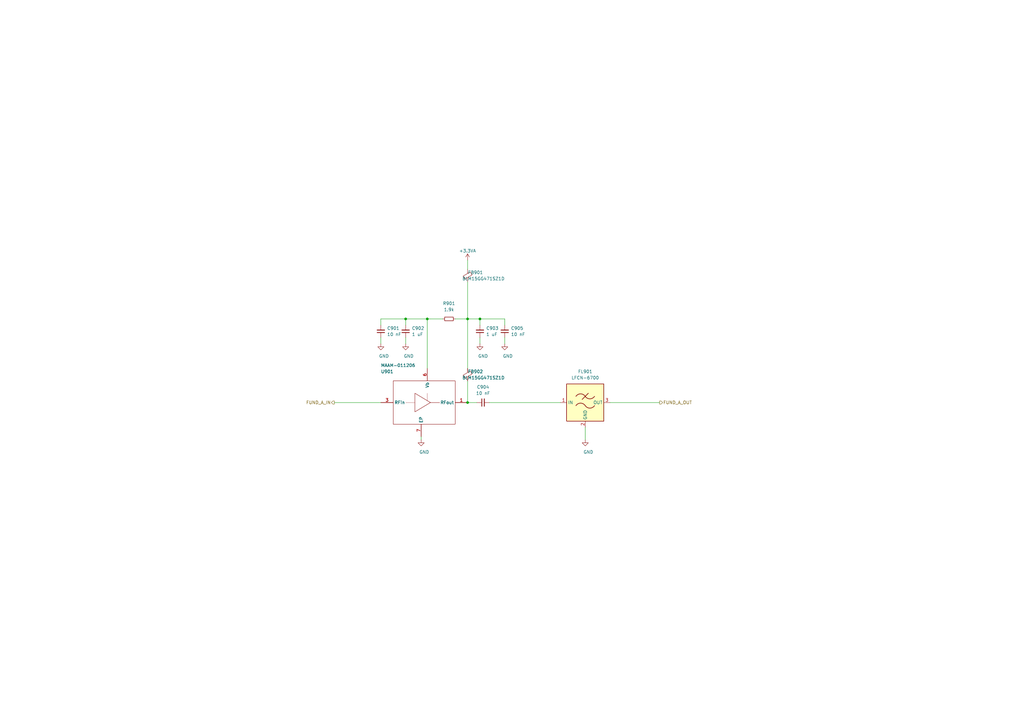
<source format=kicad_sch>
(kicad_sch (version 20210621) (generator eeschema)
  (paper "A3")
  (lib_symbols
    (symbol "Device:C_Small" (pin_numbers hide) (pin_names (offset 0.254) hide)
      (property "Reference" "C" (at 0.254 1.778 0))
      (property "Value" "C_Small" (at 0.254 -2.032 0))
      (symbol "C_Small_0_1"
        (polyline (pts (xy -1.524 -0.508) (xy 1.524 -0.508)) (stroke (width 0.3302)))
        (polyline (pts (xy -1.524 0.508) (xy 1.524 0.508)) (stroke (width 0.3048)))
      )
      (symbol "C_Small_1_1"
        (pin passive line (at 0 2.54 270) (length 2.032) (name "~") (number "1"))
        (pin passive line (at 0 -2.54 90) (length 2.032) (name "~") (number "2"))
      )
    )
    (symbol "Device:FerriteBead_Small" (pin_numbers hide) (pin_names (offset 0))
      (property "Reference" "FB" (at 1.905 1.27 0))
      (property "Value" "FerriteBead_Small" (at 1.905 -1.27 0))
      (symbol "FerriteBead_Small_0_1"
        (polyline (pts (xy 0 -1.27) (xy 0 -0.7874)))
        (polyline (pts (xy 0 0.889) (xy 0 1.2954)))
        (polyline (pts (xy -1.8288 0.2794) (xy -1.1176 1.4986) (xy 1.8288 -0.2032) (xy 1.1176 -1.4224) (xy -1.8288 0.2794)))
      )
      (symbol "FerriteBead_Small_1_1"
        (pin passive line (at 0 2.54 270) (length 1.27) (name "~") (number "1"))
        (pin passive line (at 0 -2.54 90) (length 1.27) (name "~") (number "2"))
      )
    )
    (symbol "Device:R_Small" (pin_numbers hide) (pin_names (offset 0.254) hide)
      (property "Reference" "R" (at 0.762 0.508 0))
      (property "Value" "R_Small" (at 0.762 -1.016 0))
      (symbol "R_Small_0_1"
        (rectangle (start -0.762 1.778) (end 0.762 -1.778) (stroke (width 0.2032)))
      )
      (symbol "R_Small_1_1"
        (pin passive line (at 0 2.54 270) (length 0.762) (name "~") (number "1"))
        (pin passive line (at 0 -2.54 90) (length 0.762) (name "~") (number "2"))
      )
    )
    (symbol "RF_Filter:LFCN-6700"
      (property "Reference" "FL" (at 0 10.795 0))
      (property "Value" "LFCN-6700" (at 0 8.89 0))
      (symbol "LFCN-6700_0_1"
        (arc (start -3.81 -1.27) (end 0 -1.27) (radius (at -1.905 -2.54) (length 2.286) (angles 146.3 33.7)) (stroke (width 0.254)))
        (arc (start -3.81 2.54) (end 0 2.54) (radius (at -1.905 1.27) (length 2.286) (angles 146.3 33.7)) (stroke (width 0.254)))
        (arc (start 0 -1.27) (end 3.81 -1.27) (radius (at 1.905 0) (length 2.286) (angles -146.3 -33.7)) (stroke (width 0.254)))
        (arc (start 0 2.54) (end 3.81 2.54) (radius (at 1.905 3.81) (length 2.286) (angles -146.3 -33.7)) (stroke (width 0.254)))
        (rectangle (start -7.62 7.62) (end 7.62 -7.62) (stroke (width 0.254)) (fill (type background)))
        (polyline (pts (xy -1.27 1.27) (xy 1.27 3.81)) (stroke (width 0.254)))
      )
      (symbol "LFCN-6700_1_1"
        (pin passive line (at -10.16 0 0) (length 2.54) (name "IN") (number "1"))
        (pin passive line (at 0 -10.16 90) (length 2.54) (name "GND") (number "2"))
        (pin passive line (at 10.16 0 180) (length 2.54) (name "OUT") (number "3"))
        (pin passive line (at 0 -10.16 90) (length 2.54) hide (name "GND") (number "4"))
      )
    )
    (symbol "jtk_rf:MAAM-011206"
      (property "Reference" "U" (at -16.51 10.16 0))
      (property "Value" "MAAM-011206" (at -10.16 12.7 0))
      (symbol "MAAM-011206_0_1"
        (rectangle (start -11.43 8.89) (end 13.97 -8.89))
        (polyline (pts (xy -2.54 0) (xy -6.35 0)) (stroke (width 0.0006)))
        (polyline (pts (xy 2.54 0.8128) (xy 2.54 3.81)) (stroke (width 0.0006)))
        (polyline (pts (xy 3.81 0) (xy 7.62 0)))
        (polyline (pts (xy 3.81 0) (xy -2.54 3.81) (xy -2.54 -3.81) (xy 3.81 0)))
      )
      (symbol "MAAM-011206_1_1"
        (pin bidirectional line (at 19.05 0 180) (length 5.08) (name "RFout") (number "1"))
        (pin passive line (at 0 -13.97 90) (length 5.08) hide (name "NC") (number "2"))
        (pin input line (at -16.51 0 0) (length 5.08) (name "RFin") (number "3"))
        (pin passive line (at 0 -13.97 90) (length 5.08) hide (name "NC") (number "4"))
        (pin passive line (at 0 -13.97 90) (length 5.08) hide (name "NC") (number "5"))
        (pin power_in line (at 2.54 13.97 270) (length 5.08) (name "Vb") (number "6"))
        (pin power_in line (at 0 -13.97 90) (length 5.08) (name "EP") (number "7"))
      )
    )
    (symbol "power:+3.3VA" (power) (pin_names (offset 0))
      (property "Value" "+3.3VA" (at 0 3.556 0))
      (symbol "+3.3VA_0_1"
        (polyline (pts (xy -0.762 1.27) (xy 0 2.54)))
        (polyline (pts (xy 0 0) (xy 0 2.54)))
        (polyline (pts (xy 0 2.54) (xy 0.762 1.27)))
      )
      (symbol "+3.3VA_1_1"
        (pin power_in line (at 0 0 90) (length 0) hide (name "+3.3VA") (number "1"))
      )
    )
    (symbol "power:GND" (power) (pin_names (offset 0))
      (property "Value" "GND" (at 0 -3.81 0))
      (symbol "GND_0_1"
        (polyline (pts (xy 0 0) (xy 0 -1.27) (xy 1.27 -1.27) (xy 0 -2.54) (xy -1.27 -1.27) (xy 0 -1.27)))
      )
      (symbol "GND_1_1"
        (pin power_in line (at 0 0 270) (length 0) hide (name "GND") (number "1"))
      )
    )
  )
  (junction (at 166.37 130.81) (diameter 0.9144))
  (junction (at 175.26 130.81) (diameter 0.9144))
  (junction (at 191.77 130.81) (diameter 0.9144))
  (junction (at 191.77 165.1) (diameter 0.9144))
  (junction (at 196.85 130.81) (diameter 0.9144))
  (wire (pts (xy 137.16 165.1) (xy 156.21 165.1)))
  (wire (pts (xy 156.21 130.81) (xy 166.37 130.81)))
  (wire (pts (xy 156.21 133.35) (xy 156.21 130.81)))
  (wire (pts (xy 156.21 138.43) (xy 156.21 140.97)))
  (wire (pts (xy 166.37 130.81) (xy 166.37 133.35)))
  (wire (pts (xy 166.37 130.81) (xy 175.26 130.81)))
  (wire (pts (xy 166.37 138.43) (xy 166.37 140.97)))
  (wire (pts (xy 172.72 179.07) (xy 172.72 180.34)))
  (wire (pts (xy 175.26 130.81) (xy 175.26 151.13)))
  (wire (pts (xy 175.26 130.81) (xy 181.61 130.81)))
  (wire (pts (xy 186.69 130.81) (xy 191.77 130.81)))
  (wire (pts (xy 191.77 106.68) (xy 191.77 110.49)))
  (wire (pts (xy 191.77 115.57) (xy 191.77 130.81)))
  (wire (pts (xy 191.77 130.81) (xy 191.77 151.13)))
  (wire (pts (xy 191.77 130.81) (xy 196.85 130.81)))
  (wire (pts (xy 191.77 156.21) (xy 191.77 165.1)))
  (wire (pts (xy 191.77 165.1) (xy 195.58 165.1)))
  (wire (pts (xy 196.85 130.81) (xy 196.85 133.35)))
  (wire (pts (xy 196.85 130.81) (xy 207.01 130.81)))
  (wire (pts (xy 196.85 138.43) (xy 196.85 140.97)))
  (wire (pts (xy 200.66 165.1) (xy 229.87 165.1)))
  (wire (pts (xy 207.01 130.81) (xy 207.01 133.35)))
  (wire (pts (xy 207.01 138.43) (xy 207.01 140.97)))
  (wire (pts (xy 240.03 175.26) (xy 240.03 180.34)))
  (wire (pts (xy 250.19 165.1) (xy 270.51 165.1)))
  (hierarchical_label "FUND_A_IN" (shape output) (at 137.16 165.1 180))
  (hierarchical_label "FUND_A_OUT" (shape output) (at 270.51 165.1 0))
  (symbol (lib_id "power:+3.3VA") (at 191.77 106.68 0) (unit 1)
    (property "Reference" "#PWR0904" (effects hide))
    (property "Value" "+3.3VA" (at 191.77 102.87 0))
  )
  (symbol (lib_id "power:GND") (at 156.21 140.97 0) (unit 1)
    (property "Reference" "#PWR0901" (effects hide))
    (property "Value" "GND" (at 157.48 146.05 0))
  )
  (symbol (lib_id "power:GND") (at 166.37 140.97 0) (unit 1)
    (property "Reference" "#PWR0902" (effects hide))
    (property "Value" "GND" (at 167.64 146.05 0))
  )
  (symbol (lib_id "power:GND") (at 172.72 180.34 0) (unit 1)
    (property "Reference" "#PWR0903" (effects hide))
    (property "Value" "GND" (at 173.99 185.42 0))
  )
  (symbol (lib_id "power:GND") (at 196.85 140.97 0) (unit 1)
    (property "Reference" "#PWR0905" (effects hide))
    (property "Value" "GND" (at 198.12 146.05 0))
  )
  (symbol (lib_id "power:GND") (at 207.01 140.97 0) (unit 1)
    (property "Reference" "#PWR0906" (effects hide))
    (property "Value" "GND" (at 208.28 146.05 0))
  )
  (symbol (lib_id "power:GND") (at 240.03 180.34 0) (unit 1)
    (property "Reference" "#PWR0907" (effects hide))
    (property "Value" "GND" (at 241.3 185.42 0))
  )
  (symbol (lib_id "Device:R_Small") (at 184.15 130.81 90) (unit 1)
    (property "Reference" "R901" (at 184.15 124.46 90))
    (property "Value" "1.9k" (at 184.15 127 90))
    (property "Footprint" "Resistor_SMD:R_0402_1005Metric" (effects hide))
  )
  (symbol (lib_id "Device:C_Small") (at 156.21 135.89 180) (unit 1)
    (property "Reference" "C901" (at 158.75 134.62 0) (effects (justify right)))
    (property "Value" "10 nF" (at 158.75 137.16 0) (effects (justify right)))
    (property "Footprint" "Capacitor_SMD:C_0402_1005Metric" (effects hide))
  )
  (symbol (lib_id "Device:C_Small") (at 166.37 135.89 180) (unit 1)
    (property "Reference" "C902" (at 168.91 134.62 0) (effects (justify right)))
    (property "Value" "1 uF" (at 168.91 137.16 0) (effects (justify right)))
    (property "Footprint" "Capacitor_SMD:C_0402_1005Metric" (effects hide))
  )
  (symbol (lib_id "Device:C_Small") (at 196.85 135.89 180) (unit 1)
    (property "Reference" "C903" (at 199.39 134.62 0) (effects (justify right)))
    (property "Value" "1 uF" (at 199.39 137.16 0) (effects (justify right)))
    (property "Footprint" "Capacitor_SMD:C_0402_1005Metric" (effects hide))
  )
  (symbol (lib_id "Device:C_Small") (at 198.12 165.1 90) (unit 1)
    (property "Reference" "C904" (at 198.12 158.75 90))
    (property "Value" "10 nF" (at 198.12 161.29 90))
    (property "Footprint" "Capacitor_SMD:C_0402_1005Metric" (effects hide))
  )
  (symbol (lib_id "Device:C_Small") (at 207.01 135.89 180) (unit 1)
    (property "Reference" "C905" (at 209.55 134.62 0) (effects (justify right)))
    (property "Value" "10 nF" (at 209.55 137.16 0) (effects (justify right)))
    (property "Footprint" "Capacitor_SMD:C_0402_1005Metric" (effects hide))
  )
  (symbol (lib_id "Device:FerriteBead_Small") (at 191.77 113.03 0) (mirror y) (unit 1)
    (property "Reference" "FB901" (at 198.12 111.76 0) (effects (justify left)))
    (property "Value" "BLM15GG471SZ1D" (at 207.01 114.3 0) (effects (justify left)))
    (property "Footprint" "Inductor_SMD:L_0402_1005Metric" (effects hide))
  )
  (symbol (lib_id "Device:FerriteBead_Small") (at 191.77 153.67 0) (mirror y) (unit 1)
    (property "Reference" "FB902" (at 198.12 152.4 0) (effects (justify left)))
    (property "Value" "BLM15GG471SZ1D" (at 207.01 154.94 0) (effects (justify left)))
    (property "Footprint" "Inductor_SMD:L_0402_1005Metric" (effects hide))
  )
  (symbol (lib_id "RF_Filter:LFCN-6700") (at 240.03 165.1 0) (unit 1)
    (property "Reference" "FL901" (at 240.03 152.4 0))
    (property "Value" "LFCN-6700" (at 240.03 154.94 0))
    (property "Footprint" "Filter:Filter_Mini-Circuits_FV1206" (effects hide))
    (property "Datasheet" "https://www.minicircuits.com/pdfs/LFCN-6700+.pdf" (effects hide))
  )
  (symbol (lib_id "jtk_rf:MAAM-011206") (at 172.72 165.1 0) (unit 1)
    (property "Reference" "U901" (at 156.21 152.4 0) (effects (justify left)))
    (property "Value" "MAAM-011206" (at 156.21 149.86 0) (effects (justify left)))
    (property "Footprint" "jtk_rf_footprints:TDFN6" (effects hide))
    (property "Datasheet" "https://cdn.macom.com/datasheets/MAAM-011206.pdf" (effects hide))
    (property "mfg" "MACOM" (effects hide))
    (property "mpn" "MAAM-011206-TR3000" (effects hide))
    (property "mouser#" "937-MAAM-011206T3" (effects hide))
  )
)
</source>
